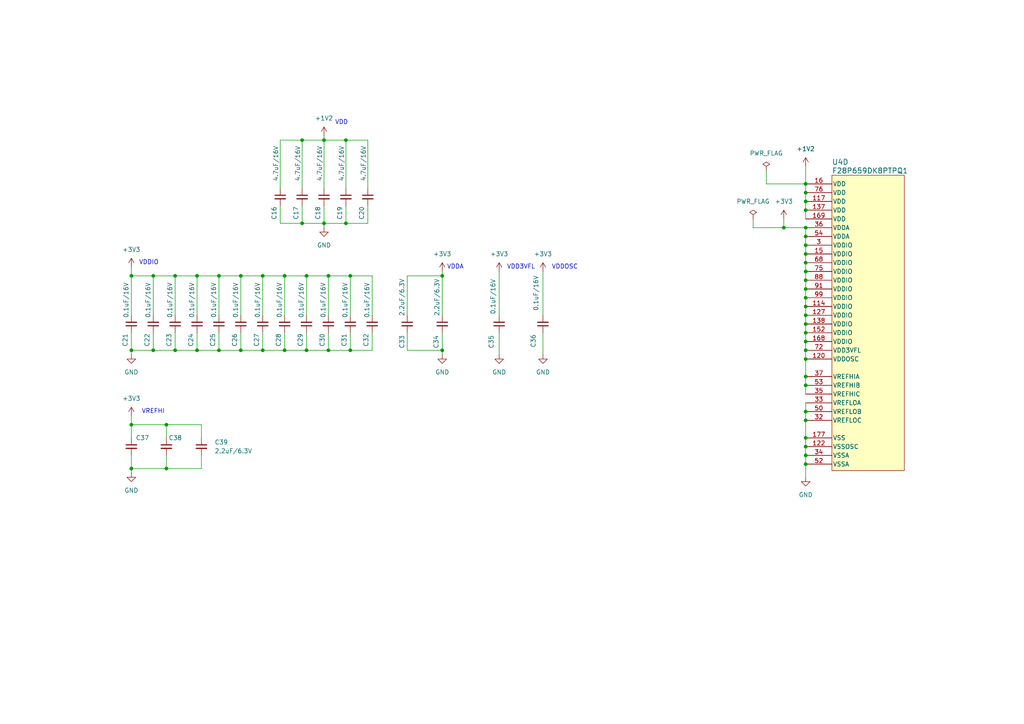
<source format=kicad_sch>
(kicad_sch (version 20231120) (generator "eeschema") (generator_version "8.0")
  (paper "A4")
  (title_block (date "2025-02-02") (comment 1 "Author: Luciano Vittori"))
  (lib_symbols
    (symbol "Library:+1V2" (power) (pin_names (offset 0))
      (property "Value" "+1V2" (at 0 3.556 0))
      (symbol "+1V2_0_1"
        (polyline (pts (xy -0.762 1.27) (xy 0 2.54)))
        (polyline (pts (xy 0 0) (xy 0 2.54)))
        (polyline (pts (xy 0 2.54) (xy 0.762 1.27)))
      )
      (symbol "+1V2_1_1"
        (pin power_in line (at 0 0 90) (length 0) hide (name "+3V3") (number "1"))
      )
    )
    (symbol "Library:+3V3" (power) (pin_names (offset 0))
      (property "Value" "+3V3" (at 0 3.556 0))
      (symbol "+3V3_0_1"
        (polyline (pts (xy -0.762 1.27) (xy 0 2.54)))
        (polyline (pts (xy 0 0) (xy 0 2.54)))
        (polyline (pts (xy 0 2.54) (xy 0.762 1.27)))
      )
      (symbol "+3V3_1_1"
        (pin power_in line (at 0 0 90) (length 0) hide (name "+3V3") (number "1"))
      )
    )
    (symbol "Library:CAP_CER_ 2.2UF_6.3V_X7R_0603" (pin_numbers hide) (pin_names (offset 0.254))
      (property "Reference" "C" (at 0.635 2.54 0))
      (property "Value" "2.2uF/6.3V" (at 0.635 -2.54 0))
      (symbol "CAP_CER_ 2.2UF_6.3V_X7R_0603_0_1"
        (polyline (pts (xy -1.524 -0.508) (xy 1.524 -0.508)) (stroke (width 0.3302)))
        (polyline (pts (xy -1.524 0.508) (xy 1.524 0.508)) (stroke (width 0.3048)))
      )
      (symbol "CAP_CER_ 2.2UF_6.3V_X7R_0603_1_1"
        (pin passive line (at 0 2.54 270) (length 2.032) (name "~") (number "1"))
        (pin passive line (at 0 -2.54 90) (length 2.032) (name "~") (number "2"))
      )
    )
    (symbol "Library:CAP_CER_0.1UF_16V_X7R_0402" (pin_numbers hide) (pin_names (offset 0.254))
      (property "Reference" "C" (at 0.635 2.54 0))
      (property "Value" "0.1uF/16V" (at 0.635 -2.54 0))
      (symbol "CAP_CER_0.1UF_16V_X7R_0402_0_1"
        (polyline (pts (xy -1.524 -0.508) (xy 1.524 -0.508)) (stroke (width 0.3302)))
        (polyline (pts (xy -1.524 0.508) (xy 1.524 0.508)) (stroke (width 0.3048)))
      )
      (symbol "CAP_CER_0.1UF_16V_X7R_0402_1_1"
        (pin passive line (at 0 2.54 270) (length 2.032) (name "~") (number "1"))
        (pin passive line (at 0 -2.54 90) (length 2.032) (name "~") (number "2"))
      )
    )
    (symbol "Library:CAP_CER_4.7UF_16V_X7R_0805" (pin_numbers hide) (pin_names (offset 0.254))
      (property "Reference" "C" (at 0.635 2.54 0))
      (property "Value" "4.7uF/16V" (at 0.635 -2.54 0))
      (symbol "CAP_CER_4.7UF_16V_X7R_0805_0_1"
        (polyline (pts (xy -1.524 -0.508) (xy 1.524 -0.508)) (stroke (width 0.3302)))
        (polyline (pts (xy -1.524 0.508) (xy 1.524 0.508)) (stroke (width 0.3048)))
      )
      (symbol "CAP_CER_4.7UF_16V_X7R_0805_1_1"
        (pin passive line (at 0 2.54 270) (length 2.032) (name "~") (number "1"))
        (pin passive line (at 0 -2.54 90) (length 2.032) (name "~") (number "2"))
      )
    )
    (symbol "Library:F28P659DK8PTPQ1" (pin_names (offset 0.254))
      (property "Reference" "U" (at 28.956 9.144 0))
      (property "Value" "F28P659DK8PTPQ1" (at 28.956 6.604 0))
      (symbol "F28P659DK8PTPQ1_1_1"
        (rectangle (start 7.62 2.54) (end 50.8 -60.96) (fill (type background)))
        (pin bidirectional line (at 0 -35.56 0) (length 7.62) (name "C0,GPIO199") (number "22"))
        (pin bidirectional line (at 0 -40.64 0) (length 7.62) (name "C1,GPIO200") (number "23"))
        (pin bidirectional line (at 0 -58.42 0) (length 7.62) (name "C9,GPIO201") (number "24"))
        (pin bidirectional line (at 0 -55.88 0) (length 7.62) (name "C8,GPIO202") (number "25"))
        (pin bidirectional line (at 0 -53.34 0) (length 7.62) (name "C7,GPIO198") (number "26"))
        (pin bidirectional line (at 0 -50.8 0) (length 7.62) (name "C6,GPIO203") (number "27"))
        (pin bidirectional line (at 0 -48.26 0) (length 7.62) (name "C5,GPIO204") (number "28"))
        (pin bidirectional line (at 0 -45.72 0) (length 7.62) (name "C4,GPIO205") (number "29"))
        (pin bidirectional line (at 0 -43.18 0) (length 7.62) (name "C3,GPIO206") (number "30"))
        (pin bidirectional line (at 0 -38.1 0) (length 7.62) (name "C2") (number "31"))
        (pin bidirectional line (at 0 -10.16 0) (length 7.62) (name "A5") (number "38"))
        (pin bidirectional line (at 0 -7.62 0) (length 7.62) (name "A4") (number "39"))
        (pin bidirectional line (at 0 -5.08 0) (length 7.62) (name "A3") (number "40"))
        (pin bidirectional line (at 0 -2.54 0) (length 7.62) (name "A2") (number "41"))
        (pin bidirectional line (at 0 0 0) (length 7.62) (name "A1") (number "42"))
        (pin bidirectional line (at 58.42 0 180) (length 7.62) (name "A0/DACA_OUT") (number "43"))
        (pin bidirectional line (at 0 -27.94 0) (length 7.62) (name "A14/B14/C14") (number "44"))
        (pin bidirectional line (at 0 -30.48 0) (length 7.62) (name "A15/B15/C15") (number "45"))
        (pin bidirectional line (at 58.42 -10.16 180) (length 7.62) (name "B0/VDAC") (number "46"))
        (pin bidirectional line (at 58.42 -5.08 180) (length 7.62) (name "B1/DACC_OUT") (number "47"))
        (pin bidirectional line (at 58.42 -12.7 180) (length 7.62) (name "B2") (number "48"))
        (pin bidirectional line (at 58.42 -15.24 180) (length 7.62) (name "B3") (number "49"))
        (pin bidirectional line (at 58.42 -35.56 180) (length 7.62) (name "B11") (number "51"))
        (pin bidirectional line (at 58.42 -22.86 180) (length 7.62) (name "B6,GPIO207") (number "55"))
        (pin bidirectional line (at 58.42 -25.4 180) (length 7.62) (name "B7,GPIO208") (number "56"))
        (pin bidirectional line (at 0 -12.7 0) (length 7.62) (name "A6,GPIO209") (number "57"))
        (pin bidirectional line (at 0 -15.24 0) (length 7.62) (name "A7,GPIO210") (number "58"))
        (pin bidirectional line (at 0 -17.78 0) (length 7.62) (name "A8,GPIO211") (number "59"))
        (pin bidirectional line (at 0 -20.32 0) (length 7.62) (name "A9,GPIO212") (number "60"))
        (pin bidirectional line (at 58.42 -33.02 180) (length 7.62) (name "B10,GPIO219") (number "61"))
        (pin bidirectional line (at 0 -22.86 0) (length 7.62) (name "A10,GPIO213") (number "62"))
        (pin bidirectional line (at 0 -25.4 0) (length 7.62) (name "A11,GPIO214") (number "63"))
        (pin bidirectional line (at 58.42 -17.78 180) (length 7.62) (name "B4,GPIO215") (number "64"))
        (pin bidirectional line (at 58.42 -20.32 180) (length 7.62) (name "B5,GPIO216") (number "65"))
        (pin bidirectional line (at 58.42 -27.94 180) (length 7.62) (name "B8,GPIO217") (number "66"))
        (pin bidirectional line (at 58.42 -30.48 180) (length 7.62) (name "B9,GPIO218") (number "67"))
      )
      (symbol "F28P659DK8PTPQ1_2_1"
        (rectangle (start 7.62 2.54) (end 43.18 -127.635) (fill (type background)))
        (pin bidirectional line (at 0 -25.4 0) (length 7.62) (name "GPIO10") (number "1"))
        (pin bidirectional line (at 0 -45.72 0) (length 7.62) (name "GPIO18") (number "10"))
        (pin bidirectional line (at 50.8 -12.7 180) (length 7.62) (name "GPIO55") (number "100"))
        (pin bidirectional line (at 50.8 -15.24 180) (length 7.62) (name "GPIO56") (number "101"))
        (pin bidirectional line (at 50.8 -17.78 180) (length 7.62) (name "GPIO57") (number "102"))
        (pin bidirectional line (at 50.8 -20.32 180) (length 7.62) (name "GPIO58") (number "103"))
        (pin bidirectional line (at 50.8 -22.86 180) (length 7.62) (name "GPIO59") (number "104"))
        (pin bidirectional line (at 50.8 -25.4 180) (length 7.62) (name "GPIO60") (number "105"))
        (pin bidirectional line (at 50.8 -121.92 180) (length 7.62) (name "GPIO105") (number "106"))
        (pin bidirectional line (at 50.8 -27.94 180) (length 7.62) (name "GPIO61") (number "107"))
        (pin bidirectional line (at 50.8 -30.48 180) (length 7.62) (name "GPIO62") (number "108"))
        (pin bidirectional line (at 50.8 -33.02 180) (length 7.62) (name "GPIO63") (number "109"))
        (pin bidirectional line (at 0 -55.88 0) (length 7.62) (name "GPIO22") (number "11"))
        (pin bidirectional line (at 50.8 -35.56 180) (length 7.62) (name "GPIO64") (number "110"))
        (pin bidirectional line (at 50.8 -38.1 180) (length 7.62) (name "GPIO65") (number "111"))
        (pin bidirectional line (at 50.8 -40.64 180) (length 7.62) (name "GPIO66") (number "112"))
        (pin bidirectional line (at 0 -111.76 0) (length 7.62) (name "GPIO44") (number "113"))
        (pin bidirectional line (at 0 -114.3 0) (length 7.62) (name "GPIO45") (number "115"))
        (pin bidirectional line (at 0 -81.28 0) (length 7.62) (name "GPIO32") (number "116"))
        (pin bidirectional line (at 0 -48.26 0) (length 7.62) (name "GPIO19") (number "12"))
        (pin bidirectional line (at 0 -68.58 0) (length 7.62) (name "GPIO27") (number "125"))
        (pin bidirectional line (at 50.8 -116.84 180) (length 7.62) (name "GPIO103") (number "126"))
        (pin bidirectional line (at 0 -116.84 0) (length 7.62) (name "GPIO46") (number "128"))
        (pin bidirectional line (at 0 -119.38 0) (length 7.62) (name "GPIO47") (number "129"))
        (pin bidirectional line (at 0 -50.8 0) (length 7.62) (name "GPIO20") (number "13"))
        (pin bidirectional line (at 0 -106.68 0) (length 7.62) (name "GPIO42") (number "130"))
        (pin bidirectional line (at 0 -109.22 0) (length 7.62) (name "GPIO43") (number "131"))
        (pin bidirectional line (at 50.8 -43.18 180) (length 7.62) (name "GPIO67") (number "132"))
        (pin bidirectional line (at 50.8 -45.72 180) (length 7.62) (name "GPIO68") (number "133"))
        (pin bidirectional line (at 50.8 -48.26 180) (length 7.62) (name "GPIO69") (number "134"))
        (pin bidirectional line (at 50.8 -50.8 180) (length 7.62) (name "GPIO70") (number "135"))
        (pin bidirectional line (at 50.8 -53.34 180) (length 7.62) (name "GPIO71") (number "136"))
        (pin bidirectional line (at 0 -53.34 0) (length 7.62) (name "GPIO21") (number "14"))
        (pin bidirectional line (at 50.8 -58.42 180) (length 7.62) (name "GPIO73") (number "140"))
        (pin bidirectional line (at 50.8 -60.96 180) (length 7.62) (name "GPIO74") (number "141"))
        (pin bidirectional line (at 50.8 -63.5 180) (length 7.62) (name "GPIO75") (number "142"))
        (pin bidirectional line (at 50.8 -66.04 180) (length 7.62) (name "GPIO76") (number "143"))
        (pin bidirectional line (at 50.8 -68.58 180) (length 7.62) (name "GPIO77") (number "144"))
        (pin bidirectional line (at 50.8 -71.12 180) (length 7.62) (name "GPIO78") (number "145"))
        (pin bidirectional line (at 50.8 -73.66 180) (length 7.62) (name "GPIO79") (number "146"))
        (pin bidirectional line (at 50.8 -119.38 180) (length 7.62) (name "GPIO104") (number "147"))
        (pin bidirectional line (at 50.8 -76.2 180) (length 7.62) (name "GPIO80") (number "148"))
        (pin bidirectional line (at 50.8 -78.74 180) (length 7.62) (name "GPIO81") (number "149"))
        (pin bidirectional line (at 50.8 -81.28 180) (length 7.62) (name "GPIO82") (number "150"))
        (pin bidirectional line (at 50.8 -83.82 180) (length 7.62) (name "GPIO83") (number "151"))
        (pin bidirectional line (at 0 -63.5 0) (length 7.62) (name "GPIO25") (number "153"))
        (pin bidirectional line (at 50.8 -88.9 180) (length 7.62) (name "GPIO85") (number "155"))
        (pin bidirectional line (at 50.8 -91.44 180) (length 7.62) (name "GPIO86") (number "156"))
        (pin bidirectional line (at 50.8 -93.98 180) (length 7.62) (name "GPIO87") (number "157"))
        (pin bidirectional line (at 0 -78.74 0) (length 7.62) (name "GPIO31") (number "158"))
        (pin bidirectional line (at 0 -60.96 0) (length 7.62) (name "GPIO24") (number "159"))
        (pin bidirectional line (at 0 0 0) (length 7.62) (name "GPIO0") (number "160"))
        (pin bidirectional line (at 0 -2.54 0) (length 7.62) (name "GPIO1") (number "161"))
        (pin bidirectional line (at 0 -5.08 0) (length 7.62) (name "GPIO2") (number "162"))
        (pin bidirectional line (at 0 -7.62 0) (length 7.62) (name "GPIO3") (number "163"))
        (pin bidirectional line (at 0 -10.16 0) (length 7.62) (name "GPIO4") (number "164"))
        (pin bidirectional line (at 0 -12.7 0) (length 7.62) (name "GPIO5") (number "165"))
        (pin bidirectional line (at 0 -15.24 0) (length 7.62) (name "GPIO6") (number "166"))
        (pin bidirectional line (at 0 -17.78 0) (length 7.62) (name "GPIO7") (number "167"))
        (pin bidirectional line (at 50.8 -114.3 180) (length 7.62) (name "GPIO99") (number "17"))
        (pin bidirectional line (at 50.8 -96.52 180) (length 7.62) (name "GPIO88") (number "170"))
        (pin bidirectional line (at 50.8 -99.06 180) (length 7.62) (name "GPIO89") (number "171"))
        (pin bidirectional line (at 50.8 -101.6 180) (length 7.62) (name "GPIO90") (number "172"))
        (pin bidirectional line (at 50.8 -104.14 180) (length 7.62) (name "GPIO91") (number "173"))
        (pin bidirectional line (at 50.8 -106.68 180) (length 7.62) (name "GPIO92") (number "174"))
        (pin bidirectional line (at 50.8 -109.22 180) (length 7.62) (name "GPIO93") (number "175"))
        (pin bidirectional line (at 50.8 -111.76 180) (length 7.62) (name "GPIO94") (number "176"))
        (pin bidirectional line (at 0 -20.32 0) (length 7.62) (name "GPIO8") (number "18"))
        (pin bidirectional line (at 0 -22.86 0) (length 7.62) (name "GPIO9") (number "19"))
        (pin bidirectional line (at 0 -27.94 0) (length 7.62) (name "GPIO11") (number "2"))
        (pin bidirectional line (at 50.8 -124.46 180) (length 7.62) (name "GPIO106") (number "20"))
        (pin bidirectional line (at 0 -58.42 0) (length 7.62) (name "GPIO23") (number "21"))
        (pin bidirectional line (at 0 -30.48 0) (length 7.62) (name "GPIO12") (number "4"))
        (pin bidirectional line (at 0 -33.02 0) (length 7.62) (name "GPIO13") (number "5"))
        (pin bidirectional line (at 0 -35.56 0) (length 7.62) (name "GPIO14") (number "6"))
        (pin bidirectional line (at 0 -83.82 0) (length 7.62) (name "GPIO33") (number "69"))
        (pin bidirectional line (at 0 -38.1 0) (length 7.62) (name "GPIO15") (number "7"))
        (pin bidirectional line (at 0 -86.36 0) (length 7.62) (name "GPIO34") (number "70"))
        (pin bidirectional line (at 0 -88.9 0) (length 7.62) (name "GPIO35") (number "71"))
        (pin bidirectional line (at 0 -73.66 0) (length 7.62) (name "GPIO29") (number "73"))
        (pin bidirectional line (at 0 -71.12 0) (length 7.62) (name "GPIO28") (number "74"))
        (pin bidirectional line (at 0 -76.2 0) (length 7.62) (name "GPIO30") (number "79"))
        (pin bidirectional line (at 0 -40.64 0) (length 7.62) (name "GPIO16") (number "8"))
        (pin bidirectional line (at 0 -66.04 0) (length 7.62) (name "GPIO26") (number "82"))
        (pin bidirectional line (at 0 -91.44 0) (length 7.62) (name "GPIO36") (number "83"))
        (pin bidirectional line (at 0 -93.98 0) (length 7.62) (name "GPIO37") (number "84"))
        (pin bidirectional line (at 0 -96.52 0) (length 7.62) (name "GPIO38") (number "85"))
        (pin bidirectional line (at 0 -99.06 0) (length 7.62) (name "GPIO39") (number "86"))
        (pin bidirectional line (at 0 -101.6 0) (length 7.62) (name "GPIO40") (number "87"))
        (pin bidirectional line (at 0 -104.14 0) (length 7.62) (name "GPIO41") (number "89"))
        (pin bidirectional line (at 0 -43.18 0) (length 7.62) (name "GPIO17") (number "9"))
        (pin bidirectional line (at 0 -121.92 0) (length 7.62) (name "GPIO48") (number "90"))
        (pin bidirectional line (at 0 -124.46 0) (length 7.62) (name "GPIO49") (number "93"))
        (pin bidirectional line (at 50.8 0 180) (length 7.62) (name "GPIO50") (number "94"))
        (pin bidirectional line (at 50.8 -2.54 180) (length 7.62) (name "GPIO51") (number "95"))
        (pin bidirectional line (at 50.8 -5.08 180) (length 7.62) (name "GPIO52") (number "96"))
        (pin bidirectional line (at 50.8 -7.62 180) (length 7.62) (name "GPIO53") (number "97"))
        (pin bidirectional line (at 50.8 -10.16 180) (length 7.62) (name "GPIO54") (number "98"))
      )
      (symbol "F28P659DK8PTPQ1_3_1"
        (rectangle (start 7.62 2.54) (end 33.02 -30.48) (fill (type background)))
        (pin bidirectional line (at 0 0 0) (length 7.62) (name "GPIO133") (number "118"))
        (pin bidirectional line (at 0 -20.32 0) (length 7.62) (name "VREGENZ") (number "119"))
        (pin bidirectional line (at 0 -5.08 0) (length 7.62) (name "GPIO221,X2") (number "121"))
        (pin bidirectional line (at 0 -2.54 0) (length 7.62) (name "GPIO220,X1") (number "123"))
        (pin bidirectional line (at 0 -22.86 0) (length 7.62) (name "XRSN") (number "124"))
        (pin bidirectional line (at 0 -25.4 0) (length 7.62) (name "GPIO72") (number "139"))
        (pin bidirectional line (at 0 -27.94 0) (length 7.62) (name "GPIO84") (number "154"))
        (pin bidirectional line (at 0 -7.62 0) (length 7.62) (name "GPIO222/TDI") (number "77"))
        (pin bidirectional line (at 0 -10.16 0) (length 7.62) (name "GPIO223/TDO") (number "78"))
        (pin bidirectional line (at 0 -17.78 0) (length 7.62) (name "TMS") (number "80"))
        (pin bidirectional line (at 0 -15.24 0) (length 7.62) (name "TCK") (number "81"))
        (pin bidirectional line (at 0 -12.7 0) (length 7.62) (name "GPIO224/ERRORSTS") (number "92"))
      )
      (symbol "F28P659DK8PTPQ1_4_1"
        (rectangle (start 7.62 2.54) (end 28.575 -83.185) (fill (type background)))
        (pin power_in line (at 0 -35.56 0) (length 7.62) (name "VDDIO") (number "114"))
        (pin power_in line (at 0 -5.08 0) (length 7.62) (name "VDD") (number "117"))
        (pin power_in line (at 0 -50.8 0) (length 7.62) (name "VDDOSC") (number "120"))
        (pin input line (at 0 -76.2 0) (length 7.62) (name "VSSOSC") (number "122"))
        (pin power_in line (at 0 -38.1 0) (length 7.62) (name "VDDIO") (number "127"))
        (pin power_in line (at 0 -7.62 0) (length 7.62) (name "VDD") (number "137"))
        (pin power_in line (at 0 -40.64 0) (length 7.62) (name "VDDIO") (number "138"))
        (pin power_in line (at 0 -20.32 0) (length 7.62) (name "VDDIO") (number "15"))
        (pin power_in line (at 0 -43.18 0) (length 7.62) (name "VDDIO") (number "152"))
        (pin power_in line (at 0 0 0) (length 7.62) (name "VDD") (number "16"))
        (pin power_in line (at 0 -45.72 0) (length 7.62) (name "VDDIO") (number "168"))
        (pin power_in line (at 0 -10.16 0) (length 7.62) (name "VDD") (number "169"))
        (pin input line (at 0 -73.66 0) (length 7.62) (name "VSS") (number "177"))
        (pin power_in line (at 0 -17.78 0) (length 7.62) (name "VDDIO") (number "3"))
        (pin power_in line (at 0 -68.58 0) (length 7.62) (name "VREFLOC") (number "32"))
        (pin power_in line (at 0 -63.5 0) (length 7.62) (name "VREFLOA") (number "33"))
        (pin input line (at 0 -78.74 0) (length 7.62) (name "VSSA") (number "34"))
        (pin power_in line (at 0 -60.96 0) (length 7.62) (name "VREFHIC") (number "35"))
        (pin power_in line (at 0 -12.7 0) (length 7.62) (name "VDDA") (number "36"))
        (pin power_in line (at 0 -55.88 0) (length 7.62) (name "VREFHIA") (number "37"))
        (pin power_in line (at 0 -66.04 0) (length 7.62) (name "VREFLOB") (number "50"))
        (pin input line (at 0 -81.28 0) (length 7.62) (name "VSSA") (number "52"))
        (pin power_in line (at 0 -58.42 0) (length 7.62) (name "VREFHIB") (number "53"))
        (pin power_in line (at 0 -15.24 0) (length 7.62) (name "VDDA") (number "54"))
        (pin power_in line (at 0 -22.86 0) (length 7.62) (name "VDDIO") (number "68"))
        (pin power_in line (at 0 -48.26 0) (length 7.62) (name "VDD3VFL") (number "72"))
        (pin power_in line (at 0 -25.4 0) (length 7.62) (name "VDDIO") (number "75"))
        (pin power_in line (at 0 -2.54 0) (length 7.62) (name "VDD") (number "76"))
        (pin power_in line (at 0 -27.94 0) (length 7.62) (name "VDDIO") (number "88"))
        (pin power_in line (at 0 -30.48 0) (length 7.62) (name "VDDIO") (number "91"))
        (pin power_in line (at 0 -33.02 0) (length 7.62) (name "VDDIO") (number "99"))
      )
    )
    (symbol "Library:GND" (power) (pin_names (offset 0))
      (property "Value" "GND" (at 0 -3.81 0))
      (symbol "GND_0_1"
        (polyline (pts (xy 0 0) (xy 0 -1.27) (xy 1.27 -1.27) (xy 0 -2.54) (xy -1.27 -1.27) (xy 0 -1.27)))
      )
      (symbol "GND_1_1"
        (pin power_in line (at 0 0 270) (length 0) hide (name "GND") (number "1"))
      )
    )
    (symbol "Library:PWR_FLAG" (power) (pin_numbers hide) (pin_names (offset 0) hide)
      (property "Value" "PWR_FLAG" (at 0 3.81 0))
      (symbol "PWR_FLAG_0_0"
        (pin power_out line (at 0 0 90) (length 0) (name "~") (number "1"))
      )
      (symbol "PWR_FLAG_0_1"
        (polyline (pts (xy 0 0) (xy 0 1.27) (xy -1.016 1.905) (xy 0 2.54) (xy 1.016 1.905) (xy 0 1.27)))
      )
    )
  )
  (junction (at 233.68 88.9))
  (junction (at 233.68 119.38))
  (junction (at 233.68 96.52))
  (junction (at 93.98 64.77))
  (junction (at 95.25 80.01))
  (junction (at 50.8 101.6))
  (junction (at 233.68 104.14))
  (junction (at 233.68 127))
  (junction (at 63.5 101.6))
  (junction (at 95.25 101.6))
  (junction (at 38.1 123.19))
  (junction (at 233.68 76.2))
  (junction (at 233.68 58.42))
  (junction (at 82.55 101.6))
  (junction (at 233.68 93.98))
  (junction (at 87.63 40.64))
  (junction (at 233.68 129.54))
  (junction (at 128.27 101.6))
  (junction (at 233.68 53.34))
  (junction (at 69.85 80.01))
  (junction (at 76.2 101.6))
  (junction (at 100.33 64.77))
  (junction (at 101.6 101.6))
  (junction (at 100.33 40.64))
  (junction (at 88.9 80.01))
  (junction (at 233.68 83.82))
  (junction (at 233.68 91.44))
  (junction (at 233.68 121.92))
  (junction (at 233.68 66.04))
  (junction (at 63.5 80.01))
  (junction (at 76.2 80.01))
  (junction (at 233.68 111.76))
  (junction (at 38.1 80.01))
  (junction (at 227.33 66.04))
  (junction (at 233.68 60.96))
  (junction (at 88.9 101.6))
  (junction (at 57.15 101.6))
  (junction (at 233.68 55.88))
  (junction (at 233.68 101.6))
  (junction (at 82.55 80.01))
  (junction (at 233.68 86.36))
  (junction (at 233.68 73.66))
  (junction (at 87.63 64.77))
  (junction (at 48.26 135.89))
  (junction (at 57.15 80.01))
  (junction (at 233.68 134.62))
  (junction (at 128.27 80.01))
  (junction (at 233.68 78.74))
  (junction (at 44.45 101.6))
  (junction (at 38.1 135.89))
  (junction (at 233.68 132.08))
  (junction (at 233.68 81.28))
  (junction (at 93.98 40.64))
  (junction (at 233.68 68.58))
  (junction (at 101.6 80.01))
  (junction (at 44.45 80.01))
  (junction (at 233.68 99.06))
  (junction (at 69.85 101.6))
  (junction (at 233.68 109.22))
  (junction (at 48.26 123.19))
  (junction (at 50.8 80.01))
  (junction (at 38.1 101.6))
  (junction (at 233.68 71.12))
  (wire (pts (xy 82.55 101.6) (xy 88.9 101.6)))
  (wire (pts (xy 50.8 101.6) (xy 57.15 101.6)))
  (wire (pts (xy 233.68 138.43) (xy 233.68 134.62)))
  (wire (pts (xy 233.68 48.26) (xy 233.68 53.34)))
  (wire (pts (xy 157.48 102.87) (xy 157.48 96.52)))
  (wire (pts (xy 38.1 137.16) (xy 38.1 135.89)))
  (wire (pts (xy 93.98 40.64) (xy 93.98 54.61)))
  (wire (pts (xy 38.1 132.08) (xy 38.1 135.89)))
  (wire (pts (xy 128.27 78.74) (xy 128.27 80.01)))
  (wire (pts (xy 233.68 68.58) (xy 233.68 71.12)))
  (wire (pts (xy 100.33 59.69) (xy 100.33 64.77)))
  (wire (pts (xy 58.42 132.08) (xy 58.42 135.89)))
  (wire (pts (xy 81.28 40.64) (xy 87.63 40.64)))
  (wire (pts (xy 144.78 102.87) (xy 144.78 96.52)))
  (wire (pts (xy 233.68 116.84) (xy 233.68 119.38)))
  (wire (pts (xy 100.33 64.77) (xy 106.68 64.77)))
  (wire (pts (xy 95.25 96.52) (xy 95.25 101.6)))
  (wire (pts (xy 38.1 123.19) (xy 48.26 123.19)))
  (wire (pts (xy 50.8 91.44) (xy 50.8 80.01)))
  (wire (pts (xy 95.25 91.44) (xy 95.25 80.01)))
  (wire (pts (xy 63.5 80.01) (xy 69.85 80.01)))
  (wire (pts (xy 81.28 40.64) (xy 81.28 54.61)))
  (wire (pts (xy 38.1 120.65) (xy 38.1 123.19)))
  (wire (pts (xy 218.44 66.04) (xy 227.33 66.04)))
  (wire (pts (xy 233.68 55.88) (xy 233.68 58.42)))
  (wire (pts (xy 87.63 40.64) (xy 87.63 54.61)))
  (wire (pts (xy 100.33 40.64) (xy 100.33 54.61)))
  (wire (pts (xy 38.1 77.47) (xy 38.1 80.01)))
  (wire (pts (xy 233.68 111.76) (xy 233.68 114.3)))
  (wire (pts (xy 48.26 132.08) (xy 48.26 135.89)))
  (wire (pts (xy 50.8 80.01) (xy 57.15 80.01)))
  (wire (pts (xy 222.25 53.34) (xy 233.68 53.34)))
  (wire (pts (xy 233.68 109.22) (xy 233.68 111.76)))
  (wire (pts (xy 69.85 91.44) (xy 69.85 80.01)))
  (wire (pts (xy 93.98 40.64) (xy 93.98 39.37)))
  (wire (pts (xy 81.28 64.77) (xy 87.63 64.77)))
  (wire (pts (xy 233.68 88.9) (xy 233.68 91.44)))
  (wire (pts (xy 233.68 78.74) (xy 233.68 81.28)))
  (wire (pts (xy 128.27 96.52) (xy 128.27 101.6)))
  (wire (pts (xy 87.63 59.69) (xy 87.63 64.77)))
  (wire (pts (xy 128.27 101.6) (xy 128.27 102.87)))
  (wire (pts (xy 93.98 66.04) (xy 93.98 64.77)))
  (wire (pts (xy 38.1 91.44) (xy 38.1 80.01)))
  (wire (pts (xy 100.33 40.64) (xy 106.68 40.64)))
  (wire (pts (xy 48.26 135.89) (xy 58.42 135.89)))
  (wire (pts (xy 88.9 96.52) (xy 88.9 101.6)))
  (wire (pts (xy 63.5 96.52) (xy 63.5 101.6)))
  (wire (pts (xy 233.68 127) (xy 233.68 129.54)))
  (wire (pts (xy 233.68 58.42) (xy 233.68 60.96)))
  (wire (pts (xy 38.1 135.89) (xy 48.26 135.89)))
  (wire (pts (xy 95.25 80.01) (xy 101.6 80.01)))
  (wire (pts (xy 233.68 91.44) (xy 233.68 93.98)))
  (wire (pts (xy 76.2 101.6) (xy 82.55 101.6)))
  (wire (pts (xy 81.28 59.69) (xy 81.28 64.77)))
  (wire (pts (xy 58.42 123.19) (xy 58.42 127)))
  (wire (pts (xy 69.85 101.6) (xy 76.2 101.6)))
  (wire (pts (xy 101.6 91.44) (xy 101.6 80.01)))
  (wire (pts (xy 106.68 40.64) (xy 106.68 54.61)))
  (wire (pts (xy 233.68 81.28) (xy 233.68 83.82)))
  (wire (pts (xy 107.95 91.44) (xy 107.95 80.01)))
  (wire (pts (xy 101.6 101.6) (xy 107.95 101.6)))
  (wire (pts (xy 233.68 60.96) (xy 233.68 63.5)))
  (wire (pts (xy 76.2 80.01) (xy 82.55 80.01)))
  (wire (pts (xy 63.5 91.44) (xy 63.5 80.01)))
  (wire (pts (xy 233.68 76.2) (xy 233.68 78.74)))
  (wire (pts (xy 57.15 96.52) (xy 57.15 101.6)))
  (wire (pts (xy 233.68 83.82) (xy 233.68 86.36)))
  (wire (pts (xy 57.15 91.44) (xy 57.15 80.01)))
  (wire (pts (xy 233.68 73.66) (xy 233.68 76.2)))
  (wire (pts (xy 144.78 78.74) (xy 144.78 91.44)))
  (wire (pts (xy 128.27 80.01) (xy 118.11 80.01)))
  (wire (pts (xy 101.6 80.01) (xy 107.95 80.01)))
  (wire (pts (xy 88.9 91.44) (xy 88.9 80.01)))
  (wire (pts (xy 233.68 119.38) (xy 233.68 121.92)))
  (wire (pts (xy 44.45 80.01) (xy 44.45 91.44)))
  (wire (pts (xy 57.15 101.6) (xy 63.5 101.6)))
  (wire (pts (xy 76.2 96.52) (xy 76.2 101.6)))
  (wire (pts (xy 233.68 53.34) (xy 233.68 55.88)))
  (wire (pts (xy 50.8 96.52) (xy 50.8 101.6)))
  (wire (pts (xy 233.68 99.06) (xy 233.68 101.6)))
  (wire (pts (xy 233.68 129.54) (xy 233.68 132.08)))
  (wire (pts (xy 227.33 66.04) (xy 233.68 66.04)))
  (wire (pts (xy 233.68 86.36) (xy 233.68 88.9)))
  (wire (pts (xy 48.26 123.19) (xy 48.26 127)))
  (wire (pts (xy 118.11 96.52) (xy 118.11 101.6)))
  (wire (pts (xy 118.11 101.6) (xy 128.27 101.6)))
  (wire (pts (xy 118.11 80.01) (xy 118.11 91.44)))
  (wire (pts (xy 128.27 80.01) (xy 128.27 91.44)))
  (wire (pts (xy 233.68 93.98) (xy 233.68 96.52)))
  (wire (pts (xy 38.1 127) (xy 38.1 123.19)))
  (wire (pts (xy 88.9 80.01) (xy 95.25 80.01)))
  (wire (pts (xy 233.68 71.12) (xy 233.68 73.66)))
  (wire (pts (xy 82.55 80.01) (xy 88.9 80.01)))
  (wire (pts (xy 93.98 40.64) (xy 100.33 40.64)))
  (wire (pts (xy 106.68 59.69) (xy 106.68 64.77)))
  (wire (pts (xy 38.1 101.6) (xy 44.45 101.6)))
  (wire (pts (xy 233.68 96.52) (xy 233.68 99.06)))
  (wire (pts (xy 69.85 80.01) (xy 76.2 80.01)))
  (wire (pts (xy 57.15 80.01) (xy 63.5 80.01)))
  (wire (pts (xy 218.44 63.5) (xy 218.44 66.04)))
  (wire (pts (xy 227.33 63.5) (xy 227.33 66.04)))
  (wire (pts (xy 44.45 101.6) (xy 50.8 101.6)))
  (wire (pts (xy 222.25 49.53) (xy 222.25 53.34)))
  (wire (pts (xy 157.48 78.74) (xy 157.48 91.44)))
  (wire (pts (xy 82.55 96.52) (xy 82.55 101.6)))
  (wire (pts (xy 48.26 123.19) (xy 58.42 123.19)))
  (wire (pts (xy 82.55 91.44) (xy 82.55 80.01)))
  (wire (pts (xy 233.68 132.08) (xy 233.68 134.62)))
  (wire (pts (xy 87.63 64.77) (xy 93.98 64.77)))
  (wire (pts (xy 76.2 91.44) (xy 76.2 80.01)))
  (wire (pts (xy 95.25 101.6) (xy 101.6 101.6)))
  (wire (pts (xy 93.98 59.69) (xy 93.98 64.77)))
  (wire (pts (xy 107.95 96.52) (xy 107.95 101.6)))
  (wire (pts (xy 233.68 101.6) (xy 233.68 104.14)))
  (wire (pts (xy 233.68 66.04) (xy 233.68 68.58)))
  (wire (pts (xy 87.63 40.64) (xy 93.98 40.64)))
  (wire (pts (xy 63.5 101.6) (xy 69.85 101.6)))
  (wire (pts (xy 93.98 64.77) (xy 100.33 64.77)))
  (wire (pts (xy 233.68 104.14) (xy 233.68 109.22)))
  (wire (pts (xy 233.68 121.92) (xy 233.68 127)))
  (wire (pts (xy 38.1 80.01) (xy 44.45 80.01)))
  (wire (pts (xy 69.85 96.52) (xy 69.85 101.6)))
  (wire (pts (xy 38.1 101.6) (xy 38.1 102.87)))
  (wire (pts (xy 44.45 80.01) (xy 50.8 80.01)))
  (wire (pts (xy 38.1 96.52) (xy 38.1 101.6)))
  (wire (pts (xy 88.9 101.6) (xy 95.25 101.6)))
  (wire (pts (xy 44.45 101.6) (xy 44.45 96.52)))
  (wire (pts (xy 101.6 96.52) (xy 101.6 101.6)))
  (text "${SHEETNAME}" (at 120.65 22.86 0) (effects (font (size 5 5)) (justify left bottom)))
  (text "VDDA" (at 132.08 77.47 0) (effects (font (size 1.27 1.27))))
  (text "VDD" (at 99.06 35.56 0) (effects (font (size 1.27 1.27))))
  (text "VDD3VFL" (at 151.13 77.47 0) (effects (font (size 1.27 1.27))))
  (text "VREFHI" (at 44.45 119.38 0) (effects (font (size 1.27 1.27))))
  (text "VDDIO" (at 43.18 76.2 0) (effects (font (size 1.27 1.27))))
  (text "VDDOSC" (at 163.83 77.47 0) (effects (font (size 1.27 1.27))))
  (symbol (lib_id "Library:GND") (at 93.98 66.04 0) (unit 1)
    (property "Reference" "#PWR028" (effects (hide yes)))
    (property "Value" "GND" (at 93.98 71.12 0))
  )
  (symbol (lib_id "Library:CAP_CER_0.1UF_16V_X7R_0402") (at 157.48 93.98 180) (unit 1)
    (property "Reference" "C36" (at 154.686 100.838 90) (effects (justify right)))
    (property "Value" "0.1uF/16V" (at 155.448 90.17 90) (effects (justify right)))
    (property "Footprint" "VOLTU:C_0402_1005Metric" (effects (hide yes)))
    (property "Description" "CAP CER 0.1UF 16V X7R 0402" (effects (hide yes)))
    (property "Odoo Code" "4B01-0-0448" (effects (hide yes)))
    (property "Digi-Key Part #" "490-7998-1-ND" (effects (hide yes)))
    (property "Manufacturer" "Murata Electronics" (effects (hide yes)))
    (property "manf#" "GCM155R71C104KA55J" (effects (hide yes)))
  )
  (symbol (lib_id "Library:CAP_CER_4.7UF_16V_X7R_0805") (at 106.68 57.15 0) (unit 1)
    (property "Reference" "C20" (at 104.902 63.754 90) (effects (justify left)))
    (property "Value" "4.7uF/16V" (at 105.41 52.578 90) (effects (justify left)))
    (property "Footprint" "VOLTU:C_0805_2012Metric" (effects (hide yes)))
    (property "Description" "CAP CER 4.7UF 16V X7R 0805" (effects (hide yes)))
    (property "Odoo Code" " 4B01-0-0447" (effects (hide yes)))
    (property "Digi-Key Part #" "490-14532-1-ND" (effects (hide yes)))
    (property "Manufacturer" "Murata Electronics" (effects (hide yes)))
    (property "manf#" "GCM21BR71C475KA73K" (effects (hide yes)))
  )
  (symbol (lib_id "Library:CAP_CER_0.1UF_16V_X7R_0402") (at 38.1 93.98 180) (unit 1)
    (property "Reference" "C21" (at 36.322 100.584 90) (effects (justify right)))
    (property "Value" "0.1uF/16V" (at 36.576 92.202 90) (effects (justify right)))
    (property "Footprint" "VOLTU:C_0402_1005Metric" (effects (hide yes)))
    (property "Description" "CAP CER 0.1UF 16V X7R 0402" (effects (hide yes)))
    (property "Odoo Code" "4B01-0-0448" (effects (hide yes)))
    (property "Digi-Key Part #" "490-7998-1-ND" (effects (hide yes)))
    (property "Manufacturer" "Murata Electronics" (effects (hide yes)))
    (property "manf#" "GCM155R71C104KA55J" (effects (hide yes)))
  )
  (symbol (lib_id "Library:PWR_FLAG") (at 218.44 63.5 0) (unit 1)
    (property "Reference" "#FLG04" (effects (hide yes)))
    (property "Value" "PWR_FLAG" (at 218.44 58.42 0))
    (property "Description" "Special symbol for telling ERC where power comes from" (effects (hide yes)))
  )
  (symbol (lib_id "Library:CAP_CER_0.1UF_16V_X7R_0402") (at 82.55 93.98 180) (unit 1)
    (property "Reference" "C28" (at 80.772 100.584 90) (effects (justify right)))
    (property "Value" "0.1uF/16V" (at 81.026 92.202 90) (effects (justify right)))
    (property "Footprint" "VOLTU:C_0402_1005Metric" (effects (hide yes)))
    (property "Description" "CAP CER 0.1UF 16V X7R 0402" (effects (hide yes)))
    (property "Odoo Code" "4B01-0-0448" (effects (hide yes)))
    (property "Digi-Key Part #" "490-7998-1-ND" (effects (hide yes)))
    (property "Manufacturer" "Murata Electronics" (effects (hide yes)))
    (property "manf#" "GCM155R71C104KA55J" (effects (hide yes)))
  )
  (symbol (lib_id "Library:CAP_CER_0.1UF_16V_X7R_0402") (at 44.45 93.98 180) (unit 1)
    (property "Reference" "C22" (at 42.672 100.584 90) (effects (justify right)))
    (property "Value" "0.1uF/16V" (at 42.926 92.202 90) (effects (justify right)))
    (property "Footprint" "VOLTU:C_0402_1005Metric" (effects (hide yes)))
    (property "Description" "CAP CER 0.1UF 16V X7R 0402" (effects (hide yes)))
    (property "Odoo Code" "4B01-0-0448" (effects (hide yes)))
    (property "Digi-Key Part #" "490-7998-1-ND" (effects (hide yes)))
    (property "Manufacturer" "Murata Electronics" (effects (hide yes)))
    (property "manf#" "GCM155R71C104KA55J" (effects (hide yes)))
  )
  (symbol (lib_id "Library:+3V3") (at 38.1 77.47 0) (unit 1)
    (property "Reference" "#PWR029" (effects (hide yes)))
    (property "Value" "+3V3" (at 38.1 72.39 0))
  )
  (symbol (lib_id "Library:CAP_CER_0.1UF_16V_X7R_0402") (at 144.78 93.98 180) (unit 1)
    (property "Reference" "C35" (at 142.494 101.092 90) (effects (justify right)))
    (property "Value" "0.1uF/16V" (at 143.002 91.186 90) (effects (justify right)))
    (property "Footprint" "VOLTU:C_0402_1005Metric" (effects (hide yes)))
    (property "Description" "CAP CER 0.1UF 16V X7R 0402" (effects (hide yes)))
    (property "Odoo Code" "4B01-0-0448" (effects (hide yes)))
    (property "Digi-Key Part #" "490-7998-1-ND" (effects (hide yes)))
    (property "Manufacturer" "Murata Electronics" (effects (hide yes)))
    (property "manf#" "GCM155R71C104KA55J" (effects (hide yes)))
  )
  (symbol (lib_id "Library:CAP_CER_4.7UF_16V_X7R_0805") (at 100.33 57.15 0) (unit 1)
    (property "Reference" "C19" (at 98.552 63.754 90) (effects (justify left)))
    (property "Value" "4.7uF/16V" (at 99.06 52.578 90) (effects (justify left)))
    (property "Footprint" "VOLTU:C_0805_2012Metric" (effects (hide yes)))
    (property "Description" "CAP CER 4.7UF 16V X7R 0805" (effects (hide yes)))
    (property "Odoo Code" " 4B01-0-0447" (effects (hide yes)))
    (property "Digi-Key Part #" "490-14532-1-ND" (effects (hide yes)))
    (property "Manufacturer" "Murata Electronics" (effects (hide yes)))
    (property "manf#" "GCM21BR71C475KA73K" (effects (hide yes)))
  )
  (symbol (lib_id "Library:F28P659DK8PTPQ1") (at 233.68 53.34 0) (unit 4)
    (property "Reference" "U4" (at 241.3 46.99 0) (effects (font (size 1.524 1.524)) (justify left)))
    (property "Value" "F28P659DK8PTPQ1" (at 241.3 49.53 0) (effects (font (size 1.524 1.524)) (justify left)))
    (property "Footprint" "VOLTU:HLQFP176_PTP_TEX" (effects (hide yes)))
    (property "Datasheet" "https://www.ti.com/product/TMS320F28P659DK-Q1/part-details/F28P659DK8PTPQ1" (effects (hide yes)))
    (property "Description" "C2000™ 32-bit MCU, 2x C28x+CLA CPU, Lock Step, 1.28-MB flash, 16-b ADC, HRPWM, CAN-FD, AES" (effects (hide yes)))
    (property "Manufacturer" "Texas Instrument" (effects (hide yes)))
    (property "manf#" "F28P659DK8PTPQ1" (effects (hide yes)))
    (property "Odoo Code" "4B01-0-0404" (effects (hide yes)))
    (property "Digi-Key Part #" "296-F28P659DK8PTPQ1-ND" (effects (hide yes)))
  )
  (symbol (lib_id "Library:CAP_CER_4.7UF_16V_X7R_0805") (at 87.63 57.15 0) (unit 1)
    (property "Reference" "C17" (at 85.852 63.754 90) (effects (justify left)))
    (property "Value" "4.7uF/16V" (at 86.36 52.578 90) (effects (justify left)))
    (property "Footprint" "VOLTU:C_0805_2012Metric" (effects (hide yes)))
    (property "Description" "CAP CER 4.7UF 16V X7R 0805" (effects (hide yes)))
    (property "Odoo Code" " 4B01-0-0447" (effects (hide yes)))
    (property "Digi-Key Part #" "490-14532-1-ND" (effects (hide yes)))
    (property "Manufacturer" "Murata Electronics" (effects (hide yes)))
    (property "manf#" "GCM21BR71C475KA73K" (effects (hide yes)))
  )
  (symbol (lib_id "Library:+1V2") (at 93.98 39.37 0) (unit 1)
    (property "Reference" "#PWR025" (effects (hide yes)))
    (property "Value" "+1V2" (at 93.98 34.29 0))
  )
  (symbol (lib_id "Library:CAP_CER_0.1UF_16V_X7R_0402") (at 95.25 93.98 180) (unit 1)
    (property "Reference" "C30" (at 93.472 100.584 90) (effects (justify right)))
    (property "Value" "0.1uF/16V" (at 93.726 92.202 90) (effects (justify right)))
    (property "Footprint" "VOLTU:C_0402_1005Metric" (effects (hide yes)))
    (property "Description" "CAP CER 0.1UF 16V X7R 0402" (effects (hide yes)))
    (property "Odoo Code" "4B01-0-0448" (effects (hide yes)))
    (property "Digi-Key Part #" "490-7998-1-ND" (effects (hide yes)))
    (property "Manufacturer" "Murata Electronics" (effects (hide yes)))
    (property "manf#" "GCM155R71C104KA55J" (effects (hide yes)))
  )
  (symbol (lib_id "Library:CAP_CER_4.7UF_16V_X7R_0805") (at 93.98 57.15 0) (unit 1)
    (property "Reference" "C18" (at 92.202 63.754 90) (effects (justify left)))
    (property "Value" "4.7uF/16V" (at 92.71 52.578 90) (effects (justify left)))
    (property "Footprint" "VOLTU:C_0805_2012Metric" (effects (hide yes)))
    (property "Description" "CAP CER 4.7UF 16V X7R 0805" (effects (hide yes)))
    (property "Odoo Code" " 4B01-0-0447" (effects (hide yes)))
    (property "Digi-Key Part #" "490-14532-1-ND" (effects (hide yes)))
    (property "Manufacturer" "Murata Electronics" (effects (hide yes)))
    (property "manf#" "GCM21BR71C475KA73K" (effects (hide yes)))
  )
  (symbol (lib_id "Library:GND") (at 157.48 102.87 0) (unit 1)
    (property "Reference" "#PWR036" (effects (hide yes)))
    (property "Value" "GND" (at 157.48 107.95 0))
  )
  (symbol (lib_id "Library:CAP_CER_0.1UF_16V_X7R_0402") (at 69.85 93.98 180) (unit 1)
    (property "Reference" "C26" (at 68.072 100.584 90) (effects (justify right)))
    (property "Value" "0.1uF/16V" (at 68.326 92.202 90) (effects (justify right)))
    (property "Footprint" "VOLTU:C_0402_1005Metric" (effects (hide yes)))
    (property "Description" "CAP CER 0.1UF 16V X7R 0402" (effects (hide yes)))
    (property "Odoo Code" "4B01-0-0448" (effects (hide yes)))
    (property "Digi-Key Part #" "490-7998-1-ND" (effects (hide yes)))
    (property "Manufacturer" "Murata Electronics" (effects (hide yes)))
    (property "manf#" "GCM155R71C104KA55J" (effects (hide yes)))
  )
  (symbol (lib_id "Library:+3V3") (at 128.27 78.74 0) (unit 1)
    (property "Reference" "#PWR030" (effects (hide yes)))
    (property "Value" "+3V3" (at 128.27 73.66 0))
  )
  (symbol (lib_id "Library:CAP_CER_ 2.2UF_6.3V_X7R_0603") (at 128.27 93.98 0) (unit 1)
    (property "Reference" "C34" (at 126.492 101.092 90) (effects (justify left)))
    (property "Value" "2.2uF/6.3V" (at 126.746 91.694 90) (effects (justify left)))
    (property "Footprint" "VOLTU:C_0603_1608Metric" (effects (hide yes)))
    (property "Description" "CAP CER 2.2UF 6.3V X7R 0603" (effects (hide yes)))
    (property "Odoo Code" "4B01-0-0446" (effects (hide yes)))
    (property "Digi-Key Part #" "445-6933-1-ND" (effects (hide yes)))
    (property "Manufacturer" "TDK Corporation" (effects (hide yes)))
    (property "manf#" "CGA3E1X7R0J225K080AC" (effects (hide yes)))
  )
  (symbol (lib_id "Library:CAP_CER_0.1UF_16V_X7R_0402") (at 88.9 93.98 180) (unit 1)
    (property "Reference" "C29" (at 87.122 100.584 90) (effects (justify right)))
    (property "Value" "0.1uF/16V" (at 87.376 92.202 90) (effects (justify right)))
    (property "Footprint" "VOLTU:C_0402_1005Metric" (effects (hide yes)))
    (property "Description" "CAP CER 0.1UF 16V X7R 0402" (effects (hide yes)))
    (property "Odoo Code" "4B01-0-0448" (effects (hide yes)))
    (property "Digi-Key Part #" "490-7998-1-ND" (effects (hide yes)))
    (property "Manufacturer" "Murata Electronics" (effects (hide yes)))
    (property "manf#" "GCM155R71C104KA55J" (effects (hide yes)))
  )
  (symbol (lib_id "Library:CAP_CER_ 2.2UF_6.3V_X7R_0603") (at 38.1 129.54 0) (unit 1)
    (property "Reference" "C37" (at 39.37 127 0) (effects (justify left)))
    (property "Value" "2.2uF/6.3V" (effects (hide yes)))
    (property "Footprint" "VOLTU:C_0603_1608Metric" (effects (hide yes)))
    (property "Description" "CAP CER 2.2UF 6.3V X7R 0603" (effects (hide yes)))
    (property "Odoo Code" "4B01-0-0446" (effects (hide yes)))
    (property "Digi-Key Part #" "445-6933-1-ND" (effects (hide yes)))
    (property "Manufacturer" "TDK Corporation" (effects (hide yes)))
    (property "manf#" "CGA3E1X7R0J225K080AC" (effects (hide yes)))
  )
  (symbol (lib_id "Library:+3V3") (at 157.48 78.74 0) (unit 1)
    (property "Reference" "#PWR032" (effects (hide yes)))
    (property "Value" "+3V3" (at 157.48 73.66 0))
  )
  (symbol (lib_id "Library:CAP_CER_0.1UF_16V_X7R_0402") (at 76.2 93.98 180) (unit 1)
    (property "Reference" "C27" (at 74.422 100.584 90) (effects (justify right)))
    (property "Value" "0.1uF/16V" (at 74.676 92.202 90) (effects (justify right)))
    (property "Footprint" "VOLTU:C_0402_1005Metric" (effects (hide yes)))
    (property "Description" "CAP CER 0.1UF 16V X7R 0402" (effects (hide yes)))
    (property "Odoo Code" "4B01-0-0448" (effects (hide yes)))
    (property "Digi-Key Part #" "490-7998-1-ND" (effects (hide yes)))
    (property "Manufacturer" "Murata Electronics" (effects (hide yes)))
    (property "manf#" "GCM155R71C104KA55J" (effects (hide yes)))
  )
  (symbol (lib_id "Library:+1V2") (at 233.68 48.26 0) (unit 1)
    (property "Reference" "#PWR026" (effects (hide yes)))
    (property "Value" "+1V2" (at 233.68 43.18 0))
  )
  (symbol (lib_id "Library:CAP_CER_0.1UF_16V_X7R_0402") (at 50.8 93.98 180) (unit 1)
    (property "Reference" "C23" (at 49.022 100.584 90) (effects (justify right)))
    (property "Value" "0.1uF/16V" (at 49.276 92.202 90) (effects (justify right)))
    (property "Footprint" "VOLTU:C_0402_1005Metric" (effects (hide yes)))
    (property "Description" "CAP CER 0.1UF 16V X7R 0402" (effects (hide yes)))
    (property "Odoo Code" "4B01-0-0448" (effects (hide yes)))
    (property "Digi-Key Part #" "490-7998-1-ND" (effects (hide yes)))
    (property "Manufacturer" "Murata Electronics" (effects (hide yes)))
    (property "manf#" "GCM155R71C104KA55J" (effects (hide yes)))
  )
  (symbol (lib_id "Library:GND") (at 233.68 138.43 0) (unit 1)
    (property "Reference" "#PWR039" (effects (hide yes)))
    (property "Value" "GND" (at 233.68 143.51 0))
  )
  (symbol (lib_id "Library:CAP_CER_0.1UF_16V_X7R_0402") (at 63.5 93.98 180) (unit 1)
    (property "Reference" "C25" (at 61.722 100.584 90) (effects (justify right)))
    (property "Value" "0.1uF/16V" (at 61.976 92.202 90) (effects (justify right)))
    (property "Footprint" "VOLTU:C_0402_1005Metric" (effects (hide yes)))
    (property "Description" "CAP CER 0.1UF 16V X7R 0402" (effects (hide yes)))
    (property "Odoo Code" "4B01-0-0448" (effects (hide yes)))
    (property "Digi-Key Part #" "490-7998-1-ND" (effects (hide yes)))
    (property "Manufacturer" "Murata Electronics" (effects (hide yes)))
    (property "manf#" "GCM155R71C104KA55J" (effects (hide yes)))
  )
  (symbol (lib_id "Library:CAP_CER_ 2.2UF_6.3V_X7R_0603") (at 118.11 93.98 0) (unit 1)
    (property "Reference" "C33" (at 116.586 101.092 90) (effects (justify left)))
    (property "Value" "2.2uF/6.3V" (at 116.586 91.694 90) (effects (justify left)))
    (property "Footprint" "VOLTU:C_0603_1608Metric" (effects (hide yes)))
    (property "Description" "CAP CER 2.2UF 6.3V X7R 0603" (effects (hide yes)))
    (property "Odoo Code" "4B01-0-0446" (effects (hide yes)))
    (property "Digi-Key Part #" "445-6933-1-ND" (effects (hide yes)))
    (property "Manufacturer" "TDK Corporation" (effects (hide yes)))
    (property "manf#" "CGA3E1X7R0J225K080AC" (effects (hide yes)))
  )
  (symbol (lib_id "Library:CAP_CER_ 2.2UF_6.3V_X7R_0603") (at 48.26 129.54 0) (unit 1)
    (property "Reference" "C38" (at 48.895 127 0) (effects (justify left)))
    (property "Value" "2.2uF/6.3V" (effects (hide yes)))
    (property "Footprint" "VOLTU:C_0603_1608Metric" (effects (hide yes)))
    (property "Description" "CAP CER 2.2UF 6.3V X7R 0603" (effects (hide yes)))
    (property "Odoo Code" "4B01-0-0446" (effects (hide yes)))
    (property "Digi-Key Part #" "445-6933-1-ND" (effects (hide yes)))
    (property "Manufacturer" "TDK Corporation" (effects (hide yes)))
    (property "manf#" "CGA3E1X7R0J225K080AC" (effects (hide yes)))
  )
  (symbol (lib_id "Library:CAP_CER_ 2.2UF_6.3V_X7R_0603") (at 58.42 129.54 0) (unit 1)
    (property "Reference" "C39" (at 62.23 128.2699 0) (effects (justify left)))
    (property "Value" "2.2uF/6.3V" (at 62.23 130.8099 0) (effects (justify left)))
    (property "Footprint" "VOLTU:C_0603_1608Metric" (effects (hide yes)))
    (property "Description" "CAP CER 2.2UF 6.3V X7R 0603" (effects (hide yes)))
    (property "Odoo Code" "4B01-0-0446" (effects (hide yes)))
    (property "Digi-Key Part #" "445-6933-1-ND" (effects (hide yes)))
    (property "Manufacturer" "TDK Corporation" (effects (hide yes)))
    (property "manf#" "CGA3E1X7R0J225K080AC" (effects (hide yes)))
  )
  (symbol (lib_id "Library:+3V3") (at 227.33 63.5 0) (unit 1)
    (property "Reference" "#PWR027" (effects (hide yes)))
    (property "Value" "+3V3" (at 227.33 58.42 0))
  )
  (symbol (lib_id "Library:GND") (at 144.78 102.87 0) (unit 1)
    (property "Reference" "#PWR035" (effects (hide yes)))
    (property "Value" "GND" (at 144.78 107.95 0))
  )
  (symbol (lib_id "Library:CAP_CER_4.7UF_16V_X7R_0805") (at 81.28 57.15 0) (unit 1)
    (property "Reference" "C16" (at 79.502 63.754 90) (effects (justify left)))
    (property "Value" "4.7uF/16V" (at 80.01 52.578 90) (effects (justify left)))
    (property "Footprint" "VOLTU:C_0805_2012Metric" (effects (hide yes)))
    (property "Description" "CAP CER 4.7UF 16V X7R 0805" (effects (hide yes)))
    (property "Odoo Code" " 4B01-0-0447" (effects (hide yes)))
    (property "Digi-Key Part #" "490-14532-1-ND" (effects (hide yes)))
    (property "Manufacturer" "Murata Electronics" (effects (hide yes)))
    (property "manf#" "GCM21BR71C475KA73K" (effects (hide yes)))
  )
  (symbol (lib_id "Library:GND") (at 128.27 102.87 0) (unit 1)
    (property "Reference" "#PWR034" (effects (hide yes)))
    (property "Value" "GND" (at 128.27 107.95 0))
  )
  (symbol (lib_id "Library:+3V3") (at 38.1 120.65 0) (unit 1)
    (property "Reference" "#PWR037" (effects (hide yes)))
    (property "Value" "+3V3" (at 38.1 115.57 0))
  )
  (symbol (lib_id "Library:GND") (at 38.1 137.16 0) (unit 1)
    (property "Reference" "#PWR038" (effects (hide yes)))
    (property "Value" "GND" (at 38.1 142.24 0))
  )
  (symbol (lib_id "Library:CAP_CER_0.1UF_16V_X7R_0402") (at 101.6 93.98 180) (unit 1)
    (property "Reference" "C31" (at 99.822 100.584 90) (effects (justify right)))
    (property "Value" "0.1uF/16V" (at 100.076 92.202 90) (effects (justify right)))
    (property "Footprint" "VOLTU:C_0402_1005Metric" (effects (hide yes)))
    (property "Description" "CAP CER 0.1UF 16V X7R 0402" (effects (hide yes)))
    (property "Odoo Code" "4B01-0-0448" (effects (hide yes)))
    (property "Digi-Key Part #" "490-7998-1-ND" (effects (hide yes)))
    (property "Manufacturer" "Murata Electronics" (effects (hide yes)))
    (property "manf#" "GCM155R71C104KA55J" (effects (hide yes)))
  )
  (symbol (lib_id "Library:+3V3") (at 144.78 78.74 0) (unit 1)
    (property "Reference" "#PWR031" (effects (hide yes)))
    (property "Value" "+3V3" (at 144.78 73.66 0))
  )
  (symbol (lib_id "Library:CAP_CER_0.1UF_16V_X7R_0402") (at 57.15 93.98 180) (unit 1)
    (property "Reference" "C24" (at 55.372 100.584 90) (effects (justify right)))
    (property "Value" "0.1uF/16V" (at 55.626 92.202 90) (effects (justify right)))
    (property "Footprint" "VOLTU:C_0402_1005Metric" (effects (hide yes)))
    (property "Description" "CAP CER 0.1UF 16V X7R 0402" (effects (hide yes)))
    (property "Odoo Code" "4B01-0-0448" (effects (hide yes)))
    (property "Digi-Key Part #" "490-7998-1-ND" (effects (hide yes)))
    (property "Manufacturer" "Murata Electronics" (effects (hide yes)))
    (property "manf#" "GCM155R71C104KA55J" (effects (hide yes)))
  )
  (symbol (lib_id "Library:PWR_FLAG") (at 222.25 49.53 0) (unit 1)
    (property "Reference" "#FLG03" (effects (hide yes)))
    (property "Value" "PWR_FLAG" (at 222.25 44.45 0))
    (property "Description" "Special symbol for telling ERC where power comes from" (effects (hide yes)))
  )
  (symbol (lib_id "Library:CAP_CER_0.1UF_16V_X7R_0402") (at 107.95 93.98 180) (unit 1)
    (property "Reference" "C32" (at 106.172 100.584 90) (effects (justify right)))
    (property "Value" "0.1uF/16V" (at 106.426 92.202 90) (effects (justify right)))
    (property "Footprint" "VOLTU:C_0402_1005Metric" (effects (hide yes)))
    (property "Description" "CAP CER 0.1UF 16V X7R 0402" (effects (hide yes)))
    (property "Odoo Code" "4B01-0-0448" (effects (hide yes)))
    (property "Digi-Key Part #" "490-7998-1-ND" (effects (hide yes)))
    (property "Manufacturer" "Murata Electronics" (effects (hide yes)))
    (property "manf#" "GCM155R71C104KA55J" (effects (hide yes)))
  )
  (symbol (lib_id "Library:GND") (at 38.1 102.87 0) (unit 1)
    (property "Reference" "#PWR033" (effects (hide yes)))
    (property "Value" "GND" (at 38.1 107.95 0))
  )
)
</source>
